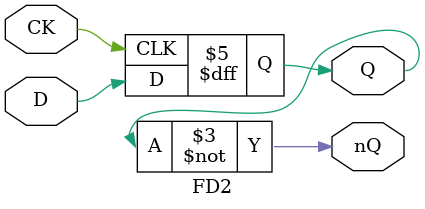
<source format=v>
`timescale 1ns/1ns

module FD2(
	input CK,
	input D,
	output reg Q = 1'b0,
	output nQ
);

	always @(posedge ~CK)	// negedge CK
		Q <= D;
	
	assign nQ = ~Q;

endmodule

</source>
